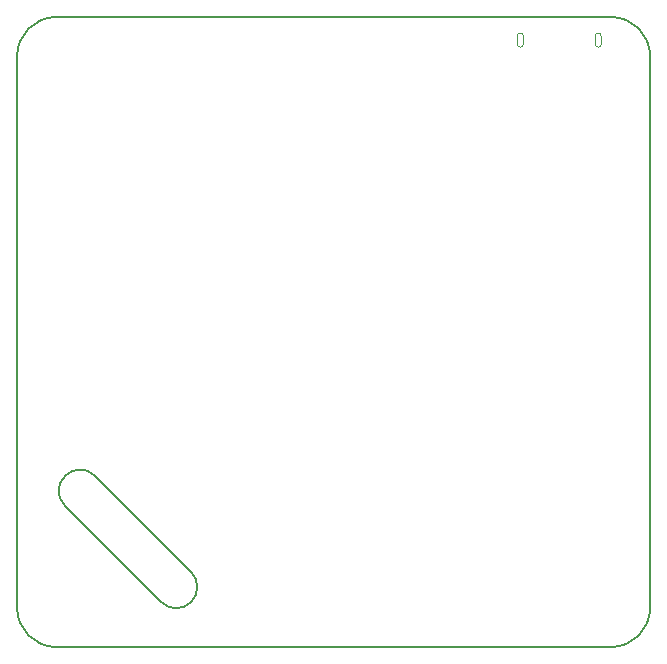
<source format=gbr>
G04 #@! TF.GenerationSoftware,KiCad,Pcbnew,(5.0.1-3-g963ef8bb5)*
G04 #@! TF.CreationDate,2019-03-08T12:42:58-05:00*
G04 #@! TF.ProjectId,badge,62616467652E6B696361645F70636200,rev?*
G04 #@! TF.SameCoordinates,Original*
G04 #@! TF.FileFunction,Profile,NP*
%FSLAX46Y46*%
G04 Gerber Fmt 4.6, Leading zero omitted, Abs format (unit mm)*
G04 Created by KiCad (PCBNEW (5.0.1-3-g963ef8bb5)) date Friday, March 08, 2019 at 12:42:58 PM*
%MOMM*%
%LPD*%
G01*
G04 APERTURE LIST*
%ADD10C,0.200000*%
G04 #@! TA.AperFunction,NonConductor*
%ADD11C,0.100000*%
G04 #@! TD*
G04 APERTURE END LIST*
D10*
X128016000Y-70612000D02*
G75*
G02X131318000Y-67310000I3302000J0D01*
G01*
X181610000Y-117348000D02*
G75*
G02X178308000Y-120650000I-3302000J0D01*
G01*
X131318000Y-120650000D02*
G75*
G02X128016000Y-117348000I0J3302000D01*
G01*
X178308000Y-67310000D02*
G75*
G02X181610000Y-70612000I0J-3302000D01*
G01*
X142747999Y-114300001D02*
G75*
G02X140208001Y-116839999I-1269999J-1269999D01*
G01*
X132080001Y-108711999D02*
G75*
G02X134619999Y-106172001I1269999J1269999D01*
G01*
X132080000Y-108712000D02*
X140208000Y-116840000D01*
X142748000Y-114300000D02*
X134620000Y-106172000D01*
X128016000Y-117348000D02*
X128016000Y-70612000D01*
X178308000Y-120650000D02*
X131318000Y-120650000D01*
X181610000Y-70612000D02*
X181610000Y-117348000D01*
X131318000Y-67310000D02*
X178308000Y-67310000D01*
D11*
G04 #@! TO.C,J1*
X177470000Y-69614000D02*
G75*
G02X177220000Y-69864000I-250000J0D01*
G01*
X177220000Y-69864000D02*
G75*
G02X176970000Y-69614000I0J250000D01*
G01*
X176970000Y-69614000D02*
X176970000Y-68914000D01*
X176970000Y-68914000D02*
G75*
G02X177220000Y-68664000I250000J0D01*
G01*
X177220000Y-68664000D02*
G75*
G02X177470000Y-68914000I0J-250000D01*
G01*
X177470000Y-68914000D02*
X177470000Y-69614000D01*
X170870000Y-69614000D02*
G75*
G02X170620000Y-69864000I-250000J0D01*
G01*
X170620000Y-69864000D02*
G75*
G02X170370000Y-69614000I0J250000D01*
G01*
X170370000Y-69614000D02*
X170370000Y-68914000D01*
X170370000Y-68914000D02*
G75*
G02X170620000Y-68664000I250000J0D01*
G01*
X170620000Y-68664000D02*
G75*
G02X170870000Y-68914000I0J-250000D01*
G01*
X170870000Y-68914000D02*
X170870000Y-69614000D01*
G04 #@! TD*
M02*

</source>
